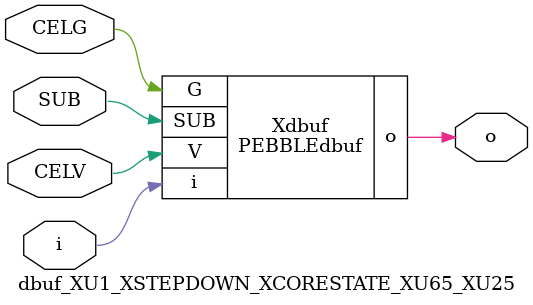
<source format=v>



module PEBBLEdbuf ( o, G, SUB, V, i );

  input V;
  input i;
  input G;
  output o;
  input SUB;
endmodule

//Celera Confidential Do Not Copy dbuf_XU1_XSTEPDOWN_XCORESTATE_XU65_XU25
//Celera Confidential Symbol Generator
//Digital Buffer
module dbuf_XU1_XSTEPDOWN_XCORESTATE_XU65_XU25 (CELV,CELG,i,o,SUB);
input CELV;
input CELG;
input i;
input SUB;
output o;

//Celera Confidential Do Not Copy dbuf
PEBBLEdbuf Xdbuf(
.V (CELV),
.i (i),
.o (o),
.SUB (SUB),
.G (CELG)
);
//,diesize,PEBBLEdbuf

//Celera Confidential Do Not Copy Module End
//Celera Schematic Generator
endmodule

</source>
